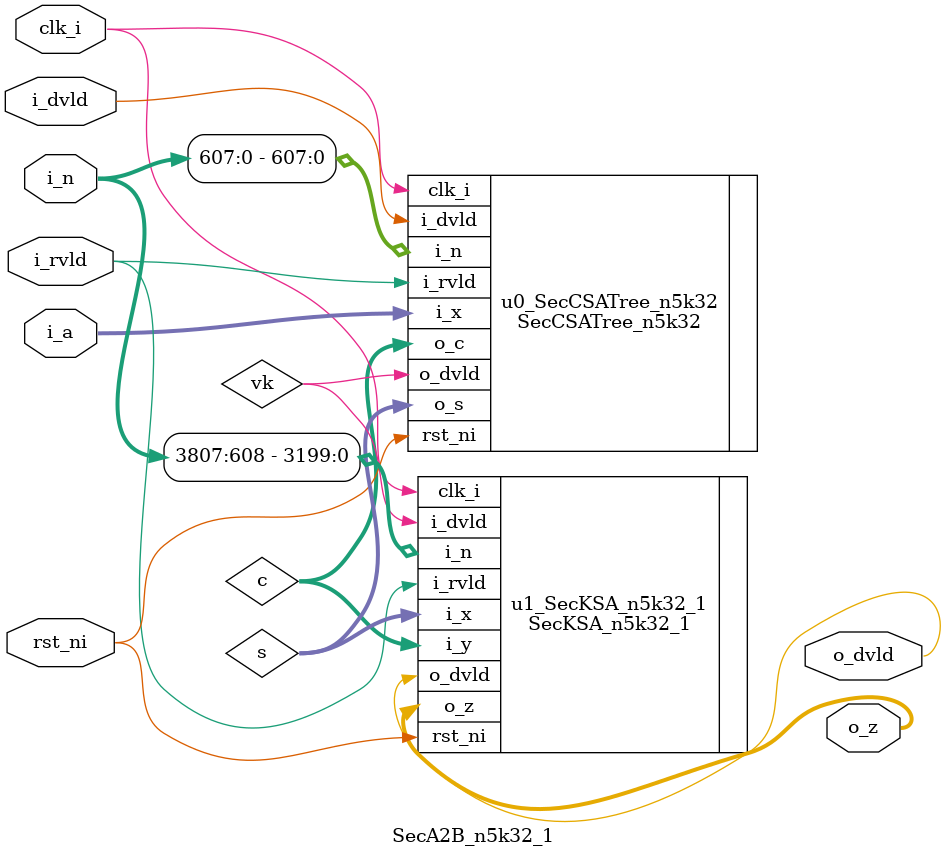
<source format=v>

`timescale 1ns/1ps
module SecA2B_n5k32_1(
    input  wire          clk_i,
    input  wire          rst_ni,
    input  wire          i_dvld,
    input  wire          i_rvld,
    input  wire [3807:0] i_n,
    input  wire  [159:0] i_a,
    output wire  [159:0] o_z,
    output wire          o_dvld);

wire    [159:0] s;
wire    [159:0] c;
wire            vk;

// ------------------------------------------------------------------------------
// Do SecCSAtree instance
// ------------------------------------------------------------------------------
SecCSATree_n5k32
  u0_SecCSATree_n5k32
   (.clk_i  (clk_i),
    .rst_ni (rst_ni),
    .i_dvld (i_dvld),
    .i_rvld (i_rvld),
    .i_n    (i_n[0+:608]),
    .i_x    (i_a),
    .o_s    (s),
    .o_c    (c),
    .o_dvld (vk));



// ------------------------------------------------------------------------------
// Do SecKSA instance
// ------------------------------------------------------------------------------
SecKSA_n5k32_1
  u1_SecKSA_n5k32_1
   (.clk_i  (clk_i),
    .rst_ni (rst_ni),
    .i_dvld (vk),
    .i_rvld (i_rvld),
    .i_n    (i_n[608+:3200]),
    .i_x    (s),
    .i_y    (c),
    .o_z    (o_z),
    .o_dvld (o_dvld));


endmodule

</source>
